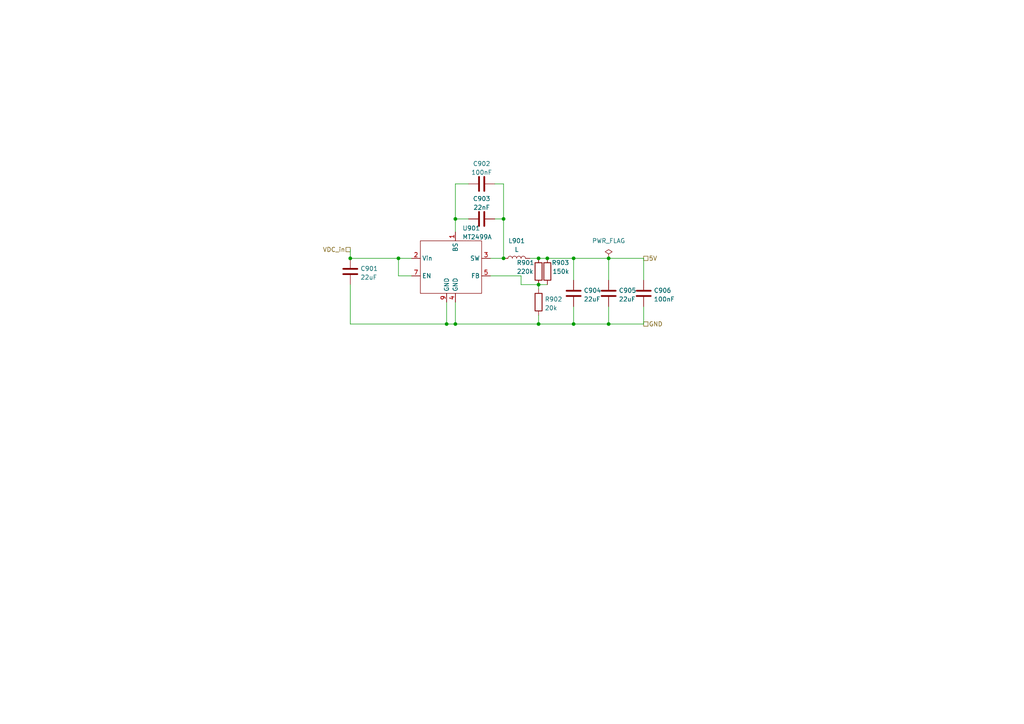
<source format=kicad_sch>
(kicad_sch (version 20230121) (generator eeschema)
  (paper "A4")
  (lib_symbols
    (symbol "Device:C" (pin_numbers hide) (pin_names (offset 0.254))
      (property "Reference" "C" (at 0.635 2.54 0))
      (property "Value" "C" (at 0.635 -2.54 0))
      (symbol "C_0_1"
        (polyline (pts (xy -2.032 -0.762) (xy 2.032 -0.762)) (stroke (width 0.508)))
        (polyline (pts (xy -2.032 0.762) (xy 2.032 0.762)) (stroke (width 0.508)))
      )
      (symbol "C_1_1"
        (pin passive line (at 0 3.81 270) (length 2.794) (name "~") (number "1"))
        (pin passive line (at 0 -3.81 90) (length 2.794) (name "~") (number "2"))
      )
    )
    (symbol "Device:L" (pin_numbers hide) (pin_names (offset 1.016) hide)
      (property "Reference" "L" (at -1.27 0 90))
      (property "Value" "L" (at 1.905 0 90))
      (symbol "L_0_1"
        (arc (start 0 -2.54) (mid 0.6323 -1.905) (end 0 -1.27))
        (arc (start 0 -1.27) (mid 0.6323 -0.635) (end 0 0))
        (arc (start 0 0) (mid 0.6323 0.635) (end 0 1.27))
        (arc (start 0 1.27) (mid 0.6323 1.905) (end 0 2.54))
      )
      (symbol "L_1_1"
        (pin passive line (at 0 3.81 270) (length 1.27) (name "1") (number "1"))
        (pin passive line (at 0 -3.81 90) (length 1.27) (name "2") (number "2"))
      )
    )
    (symbol "Device:R" (pin_numbers hide) (pin_names (offset 0))
      (property "Reference" "R" (at 2.032 0 90))
      (property "Value" "R" (at 0 0 90))
      (symbol "R_0_1"
        (rectangle (start -1.016 -2.54) (end 1.016 2.54) (stroke (width 0.254)))
      )
      (symbol "R_1_1"
        (pin passive line (at 0 3.81 270) (length 1.27) (name "~") (number "1"))
        (pin passive line (at 0 -3.81 90) (length 1.27) (name "~") (number "2"))
      )
    )
    (symbol "custom_kicad_lib_sk:MT499A"
      (property "Reference" "U1" (at 2.0194 9.999 0))
      (property "Value" "MT499A" (at 2.0194 7.4621 0))
      (symbol "MT499A_0_1"
        (rectangle (start -10.16 6.35) (end 7.62 -8.89) (stroke (width 0.1524)))
      )
      (symbol "MT499A_1_1"
        (pin input line (at 0 8.89 270) (length 2.54) (name "BS") (number "1"))
        (pin power_in line (at -12.7 1.27 0) (length 2.54) (name "Vin") (number "2"))
        (pin input line (at 10.16 1.27 180) (length 2.54) (name "SW") (number "3"))
        (pin power_in line (at 0 -11.43 90) (length 2.54) (name "GND") (number "4"))
        (pin input line (at 10.16 -3.81 180) (length 2.54) (name "FB") (number "5"))
        (pin no_connect line (at 8.89 -11.43 180) (length 2.54) hide (name "NC") (number "6"))
        (pin input line (at -12.7 -3.81 0) (length 2.54) (name "EN") (number "7"))
        (pin no_connect line (at 8.89 -13.97 180) (length 2.54) hide (name "NC") (number "8"))
        (pin input line (at -2.54 -11.43 90) (length 2.54) (name "GND") (number "9"))
      )
    )
    (symbol "power:PWR_FLAG" (power) (pin_numbers hide) (pin_names (offset 0) hide)
      (property "Value" "PWR_FLAG" (at 0 3.81 0))
      (symbol "PWR_FLAG_0_0"
        (pin power_out line (at 0 0 90) (length 0) (name "pwr") (number "1"))
      )
      (symbol "PWR_FLAG_0_1"
        (polyline (pts (xy 0 0) (xy 0 1.27) (xy -1.016 1.905) (xy 0 2.54) (xy 1.016 1.905) (xy 0 1.27)))
      )
    )
  )
  (junction (at 101.6 74.93))
  (junction (at 146.05 74.93))
  (junction (at 176.53 93.98))
  (junction (at 176.53 74.93))
  (junction (at 166.37 74.93))
  (junction (at 115.57 74.93))
  (junction (at 158.75 74.93))
  (junction (at 156.21 82.55))
  (junction (at 156.21 74.93))
  (junction (at 129.54 93.98))
  (junction (at 156.21 93.98))
  (junction (at 146.05 63.5))
  (junction (at 166.37 93.98))
  (junction (at 132.08 63.5))
  (junction (at 132.08 93.98))
  (wire (pts (xy 115.57 74.93) (xy 119.38 74.93)))
  (wire (pts (xy 156.21 93.98) (xy 156.21 91.44)))
  (wire (pts (xy 166.37 93.98) (xy 156.21 93.98)))
  (wire (pts (xy 158.75 74.93) (xy 166.37 74.93)))
  (wire (pts (xy 129.54 87.63) (xy 129.54 93.98)))
  (wire (pts (xy 129.54 93.98) (xy 101.6 93.98)))
  (wire (pts (xy 156.21 82.55) (xy 156.21 83.82)))
  (wire (pts (xy 156.21 74.93) (xy 158.75 74.93)))
  (wire (pts (xy 101.6 74.93) (xy 115.57 74.93)))
  (wire (pts (xy 176.53 88.9) (xy 176.53 93.98)))
  (wire (pts (xy 166.37 74.93) (xy 176.53 74.93)))
  (wire (pts (xy 176.53 93.98) (xy 166.37 93.98)))
  (wire (pts (xy 132.08 93.98) (xy 129.54 93.98)))
  (wire (pts (xy 176.53 74.93) (xy 186.69 74.93)))
  (wire (pts (xy 156.21 93.98) (xy 132.08 93.98)))
  (wire (pts (xy 151.13 80.01) (xy 151.13 82.55)))
  (wire (pts (xy 135.89 53.34) (xy 132.08 53.34)))
  (wire (pts (xy 142.24 74.93) (xy 146.05 74.93)))
  (wire (pts (xy 153.67 74.93) (xy 156.21 74.93)))
  (wire (pts (xy 146.05 63.5) (xy 146.05 53.34)))
  (wire (pts (xy 176.53 74.93) (xy 176.53 81.28)))
  (wire (pts (xy 132.08 53.34) (xy 132.08 63.5)))
  (wire (pts (xy 115.57 74.93) (xy 115.57 80.01)))
  (wire (pts (xy 146.05 53.34) (xy 143.51 53.34)))
  (wire (pts (xy 186.69 88.9) (xy 186.69 93.98)))
  (wire (pts (xy 146.05 74.93) (xy 146.05 63.5)))
  (wire (pts (xy 166.37 88.9) (xy 166.37 93.98)))
  (wire (pts (xy 101.6 93.98) (xy 101.6 82.55)))
  (wire (pts (xy 166.37 81.28) (xy 166.37 74.93)))
  (wire (pts (xy 132.08 93.98) (xy 132.08 87.63)))
  (wire (pts (xy 186.69 81.28) (xy 186.69 74.93)))
  (wire (pts (xy 132.08 63.5) (xy 135.89 63.5)))
  (wire (pts (xy 119.38 80.01) (xy 115.57 80.01)))
  (wire (pts (xy 156.21 82.55) (xy 158.75 82.55)))
  (wire (pts (xy 101.6 72.39) (xy 101.6 74.93)))
  (wire (pts (xy 186.69 93.98) (xy 176.53 93.98)))
  (wire (pts (xy 151.13 82.55) (xy 156.21 82.55)))
  (wire (pts (xy 132.08 63.5) (xy 132.08 67.31)))
  (wire (pts (xy 146.05 63.5) (xy 143.51 63.5)))
  (wire (pts (xy 142.24 80.01) (xy 151.13 80.01)))
  (hierarchical_label "5V" (shape passive) (at 186.69 74.93 0))
  (hierarchical_label "GND" (shape passive) (at 186.69 93.98 0))
  (hierarchical_label "VDC_in" (shape passive) (at 101.6 72.39 180))
  (symbol (lib_id "Device:R") (at 158.75 78.74 180) (unit 1)
    (property "Reference" "R903" (at 165.1 76.2 0) (effects (justify left)))
    (property "Value" "150k" (at 165.1 78.74 0) (effects (justify left)))
    (property "Footprint" "Resistor_SMD:R_0603_1608Metric" (effects hide))
    (property "JLCPCB Part#" "C22807" (effects hide))
    (instances (project "OS-servoDriver_relay" (path "" (reference "R903") (unit 1))) (project "buck_5V" (path "" (reference "R903") (unit 1))) (project "general_schematics" (path "" (reference "R1503") (unit 1))))
  )
  (symbol (lib_id "Device:C") (at 139.7 53.34 90) (unit 1)
    (property "Reference" "C902" (at 139.7 47.4812 90))
    (property "Value" "100nF" (at 139.7 50.0181 90))
    (property "Footprint" "Capacitor_SMD:C_0402_1005Metric" (effects hide))
    (property "JLCPCB Part#" "C307331" (effects hide))
    (instances (project "OS-servoDriver_relay" (path "" (reference "C902") (unit 1))) (project "buck_5V" (path "" (reference "C902") (unit 1))) (project "general_schematics" (path "" (reference "C1502") (unit 1))))
  )
  (symbol (lib_id "Device:C") (at 139.7 63.5 90) (unit 1)
    (property "Reference" "C903" (at 139.7 57.6412 90))
    (property "Value" "22nF" (at 139.7 60.1781 90))
    (property "Footprint" "Capacitor_SMD:C_0402_1005Metric" (effects hide))
    (property "JLCPCB Part#" "C1532" (effects hide))
    (instances (project "OS-servoDriver_relay" (path "" (reference "C903") (unit 1))) (project "buck_5V" (path "" (reference "C903") (unit 1))) (project "general_schematics" (path "" (reference "C1503") (unit 1))))
  )
  (symbol (lib_id "Device:C") (at 176.53 85.09 0) (unit 1)
    (property "Reference" "C905" (at 179.451 84.2553 0) (effects (justify left)))
    (property "Value" "22uF" (at 179.451 86.7922 0) (effects (justify left)))
    (property "Footprint" "Capacitor_SMD:C_0603_1608Metric" (effects hide))
    (property "JLCPCB Part#" "C45783" (effects hide))
    (instances (project "OS-servoDriver_relay" (path "" (reference "C905") (unit 1))) (project "buck_5V" (path "" (reference "C905") (unit 1))) (project "general_schematics" (path "" (reference "C1505") (unit 1))))
  )
  (symbol (lib_id "Device:C") (at 101.6 78.74 0) (unit 1)
    (property "Reference" "C901" (at 104.521 77.9053 0) (effects (justify left)))
    (property "Value" "22uF" (at 104.521 80.4422 0) (effects (justify left)))
    (property "Footprint" "Capacitor_SMD:C_0603_1608Metric" (effects hide))
    (property "JLCPCB Part#" "C45783" (effects hide))
    (instances (project "OS-servoDriver_relay" (path "" (reference "C901") (unit 1))) (project "buck_5V" (path "" (reference "C901") (unit 1))) (project "general_schematics" (path "" (reference "C1501") (unit 1))))
  )
  (symbol (lib_id "Device:R") (at 156.21 87.63 0) (unit 1)
    (property "Reference" "R902" (at 157.988 86.7953 0) (effects (justify left)))
    (property "Value" "20k" (at 157.988 89.3322 0) (effects (justify left)))
    (property "Footprint" "Resistor_SMD:R_0603_1608Metric" (effects hide))
    (property "JLCPCB Part#" "C4328" (effects hide))
    (instances (project "OS-servoDriver_relay" (path "" (reference "R902") (unit 1))) (project "buck_5V" (path "" (reference "R902") (unit 1))) (project "general_schematics" (path "" (reference "R1502") (unit 1))))
  )
  (symbol (lib_id "custom_kicad_lib_sk:MT499A") (at 132.08 76.2 0) (unit 1)
    (property "Reference" "U901" (at 134.0994 66.201 0) (effects (justify left)))
    (property "Value" "MT2499A" (at 134.0994 68.7379 0) (effects (justify left)))
    (property "Footprint" "Package_SO:TI_SO-PowerPAD-8" (effects hide))
    (property "Datasheet" "https://datasheet.lcsc.com/lcsc/2205121200_XI-AN-Aerosemi-Tech-MT2499A_C3007555.pdf" (effects hide))
    (property "JLCPCB Part#" "C3007555" (effects hide))
    (instances (project "OS-servoDriver_relay" (path "" (reference "U901") (unit 1))) (project "buck_5V" (path "" (reference "U901") (unit 1))) (project "general_schematics" (path "" (reference "U1501") (unit 1))))
  )
  (symbol (lib_id "Device:C") (at 166.37 85.09 0) (unit 1)
    (property "Reference" "C904" (at 169.291 84.2553 0) (effects (justify left)))
    (property "Value" "22uF" (at 169.291 86.7922 0) (effects (justify left)))
    (property "Footprint" "Capacitor_SMD:C_0603_1608Metric" (effects hide))
    (property "JLCPCB Part#" "C45783" (effects hide))
    (instances (project "OS-servoDriver_relay" (path "" (reference "C904") (unit 1))) (project "buck_5V" (path "" (reference "C904") (unit 1))) (project "general_schematics" (path "" (reference "C1504") (unit 1))))
  )
  (symbol (lib_id "Device:R") (at 156.21 78.74 0) (unit 1)
    (property "Reference" "R901" (at 149.86 76.2 0) (effects (justify left)))
    (property "Value" "220k" (at 149.86 78.74 0) (effects (justify left)))
    (property "Footprint" "Resistor_SMD:R_0603_1608Metric" (effects hide))
    (property "JLCPCB Part#" "C22961" (effects hide))
    (instances (project "OS-servoDriver_relay" (path "" (reference "R901") (unit 1))) (project "buck_5V" (path "" (reference "R901") (unit 1))) (project "general_schematics" (path "" (reference "R1501") (unit 1))))
  )
  (symbol (lib_id "power:PWR_FLAG") (at 176.53 74.93 0) (unit 1)
    (property "Reference" "#FLG01101" (effects hide))
    (property "Value" "PWR_FLAG" (at 176.53 69.85 0))
    (instances (project "OS-servoDriver_relay" (path "" (reference "#FLG01101") (unit 1)) (path "" (reference "#FLG0501") (unit 1))))
  )
  (symbol (lib_id "Device:C") (at 186.69 85.09 0) (unit 1)
    (property "Reference" "C906" (at 189.611 84.2553 0) (effects (justify left)))
    (property "Value" "100nF" (at 189.611 86.7922 0) (effects (justify left)))
    (property "Footprint" "Capacitor_SMD:C_0402_1005Metric" (effects hide))
    (property "JLCPCB Part#" "C307331" (effects hide))
    (instances (project "OS-servoDriver_relay" (path "" (reference "C906") (unit 1))) (project "buck_5V" (path "" (reference "C906") (unit 1))) (project "general_schematics" (path "" (reference "C1506") (unit 1))))
  )
  (symbol (lib_id "Device:L") (at 149.86 74.93 90) (unit 1)
    (property "Reference" "L901" (at 149.86 69.85 90))
    (property "Value" "L" (at 149.86 72.39 90))
    (property "Footprint" "Inductor_SMD:L_Bourns-SRN8040_8x8.15mm" (effects hide))
    (property "JLCPCB Part#" "C2929438" (effects hide))
    (instances (project "OS-servoDriver_relay" (path "" (reference "L901") (unit 1))) (project "buck_5V" (path "" (reference "L901") (unit 1))) (project "general_schematics" (path "" (reference "L1501") (unit 1))))
  )
)
</source>
